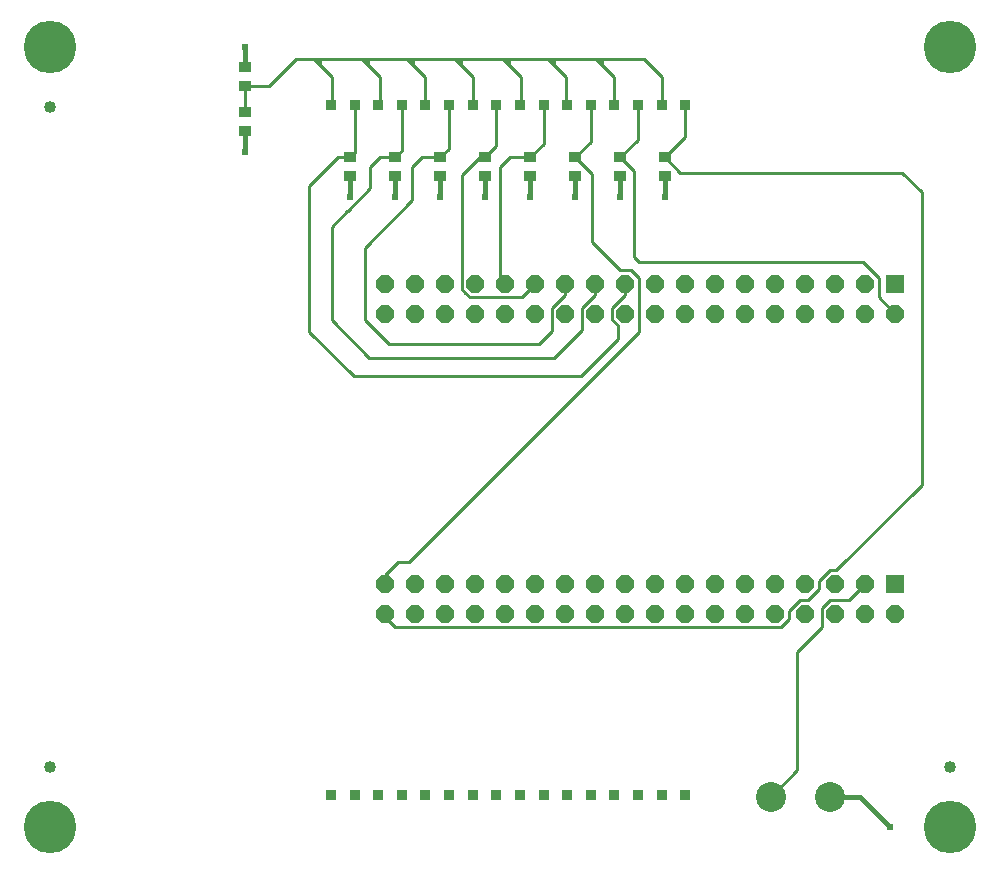
<source format=gbr>
G04 EAGLE Gerber RS-274X export*
G75*
%MOMM*%
%FSLAX34Y34*%
%LPD*%
%INTop Copper*%
%IPPOS*%
%AMOC8*
5,1,8,0,0,1.08239X$1,22.5*%
G01*
%ADD10R,1.524000X1.524000*%
%ADD11P,1.649562X8X202.500000*%
%ADD12R,0.854800X0.854800*%
%ADD13R,1.031241X0.949959*%
%ADD14C,2.540000*%
%ADD15C,4.445000*%
%ADD16C,1.016000*%
%ADD17C,0.381000*%
%ADD18C,0.609600*%
%ADD19C,0.254000*%


D10*
X766400Y510800D03*
D11*
X766400Y485400D03*
X741000Y510800D03*
X741000Y485400D03*
X715600Y510800D03*
X715600Y485400D03*
X690200Y510800D03*
X690200Y485400D03*
X664800Y510800D03*
X664800Y485400D03*
X639400Y510800D03*
X639400Y485400D03*
X614000Y510800D03*
X614000Y485400D03*
X588600Y510800D03*
X588600Y485400D03*
X563200Y510800D03*
X563200Y485400D03*
X537800Y510800D03*
X537800Y485400D03*
X512400Y510800D03*
X512400Y485400D03*
X487000Y510800D03*
X487000Y485400D03*
X461600Y510800D03*
X461600Y485400D03*
X436200Y510800D03*
X436200Y485400D03*
X410800Y510800D03*
X410800Y485400D03*
X385400Y510800D03*
X385400Y485400D03*
X360000Y510800D03*
X360000Y485400D03*
X334600Y510800D03*
X334600Y485400D03*
D10*
X766400Y256800D03*
D11*
X766400Y231400D03*
X741000Y256800D03*
X741000Y231400D03*
X715600Y256800D03*
X715600Y231400D03*
X690200Y256800D03*
X690200Y231400D03*
X664800Y256800D03*
X664800Y231400D03*
X639400Y256800D03*
X639400Y231400D03*
X614000Y256800D03*
X614000Y231400D03*
X588600Y256800D03*
X588600Y231400D03*
X563200Y256800D03*
X563200Y231400D03*
X537800Y256800D03*
X537800Y231400D03*
X512400Y256800D03*
X512400Y231400D03*
X487000Y256800D03*
X487000Y231400D03*
X461600Y256800D03*
X461600Y231400D03*
X436200Y256800D03*
X436200Y231400D03*
X410800Y256800D03*
X410800Y231400D03*
X385400Y256800D03*
X385400Y231400D03*
X360000Y256800D03*
X360000Y231400D03*
X334600Y256800D03*
X334600Y231400D03*
D12*
X288600Y77800D03*
X308600Y77800D03*
X328600Y77800D03*
X348600Y77800D03*
X368600Y77800D03*
X388600Y77800D03*
X408600Y77800D03*
X428600Y77800D03*
X448600Y77800D03*
X468600Y77800D03*
X488600Y77800D03*
X508600Y77800D03*
X528600Y77800D03*
X548600Y77800D03*
X568600Y77800D03*
X588600Y77800D03*
X288600Y662000D03*
X308600Y662000D03*
X328600Y662000D03*
X348600Y662000D03*
X368600Y662000D03*
X388600Y662000D03*
X408600Y662000D03*
X428600Y662000D03*
X448600Y662000D03*
X468600Y662000D03*
X488600Y662000D03*
X508600Y662000D03*
X528600Y662000D03*
X548600Y662000D03*
X568600Y662000D03*
X588600Y662000D03*
D13*
X342900Y617601D03*
X342900Y601599D03*
X381000Y617601D03*
X381000Y601599D03*
X419100Y617601D03*
X419100Y601599D03*
X457200Y617601D03*
X457200Y601599D03*
X495300Y617601D03*
X495300Y601599D03*
X533400Y617601D03*
X533400Y601599D03*
X571500Y617601D03*
X571500Y601599D03*
X304800Y617601D03*
X304800Y601599D03*
D14*
X660800Y76200D03*
X710800Y76200D03*
D13*
X215900Y655701D03*
X215900Y639699D03*
X215900Y693801D03*
X215900Y677799D03*
D15*
X812800Y50800D03*
X812800Y711200D03*
X50800Y50800D03*
X50800Y711200D03*
D16*
X50800Y660400D03*
X50800Y101600D03*
X812800Y101600D03*
D17*
X215900Y622300D02*
X215900Y639699D01*
D18*
X215900Y622300D03*
D17*
X304800Y601599D02*
X304800Y584200D01*
D18*
X304800Y584200D03*
D17*
X342900Y584200D02*
X342900Y601599D01*
D18*
X342900Y584200D03*
D17*
X381000Y584200D02*
X381000Y601599D01*
D18*
X381000Y584200D03*
D17*
X419100Y584200D02*
X419100Y601599D01*
D18*
X419100Y584200D03*
D17*
X457200Y584200D02*
X457200Y601599D01*
D18*
X457200Y584200D03*
D17*
X495300Y584200D02*
X495300Y601599D01*
D18*
X495300Y584200D03*
D17*
X533400Y584200D02*
X533400Y601599D01*
D18*
X533400Y584200D03*
D17*
X571500Y584200D02*
X571500Y601599D01*
D18*
X571500Y584200D03*
D17*
X736600Y76200D02*
X762000Y50800D01*
X736600Y76200D02*
X710800Y76200D01*
D18*
X762000Y50800D03*
D17*
X215900Y693801D02*
X215900Y711200D01*
D18*
X215900Y711200D03*
D19*
X683460Y98860D02*
X660800Y76200D01*
X704170Y236135D02*
X710866Y242830D01*
X704170Y219970D02*
X683460Y199260D01*
X727030Y242830D02*
X741000Y256800D01*
X704170Y236135D02*
X704170Y219970D01*
X710866Y242830D02*
X727030Y242830D01*
X683460Y199260D02*
X683460Y98860D01*
X308600Y621401D02*
X308600Y662000D01*
X308600Y621401D02*
X304800Y617601D01*
X294640Y617601D01*
X270320Y593281D01*
X270320Y469900D01*
X307880Y432340D01*
X500380Y432340D01*
X531860Y463820D01*
X526370Y480666D02*
X526370Y490135D01*
X537800Y501565D02*
X537800Y510800D01*
X537800Y501565D02*
X526370Y490135D01*
X531860Y475175D02*
X531860Y463820D01*
X531860Y475175D02*
X526370Y480666D01*
X348600Y623301D02*
X348600Y662000D01*
X348600Y623301D02*
X342900Y617601D01*
X330200Y617601D01*
X322044Y609445D01*
X322044Y591426D01*
X302654Y572036D01*
X302415Y572036D01*
X289370Y558991D01*
X289370Y480060D01*
X321215Y448215D01*
X477520Y448215D01*
X500970Y471665D01*
X512400Y501565D02*
X512400Y510800D01*
X500970Y490135D02*
X500970Y471665D01*
X500970Y490135D02*
X512400Y501565D01*
X388600Y625201D02*
X388600Y662000D01*
X388600Y625201D02*
X381000Y617601D01*
X365760Y617601D01*
X357604Y609445D01*
X357604Y581266D01*
X317310Y540971D01*
X317310Y480060D01*
X337725Y459645D01*
X464820Y459645D01*
X475570Y470395D01*
X487000Y501565D02*
X487000Y510800D01*
X475570Y490135D02*
X475570Y470395D01*
X475570Y490135D02*
X487000Y501565D01*
X428600Y627101D02*
X428600Y662000D01*
X428600Y627101D02*
X419100Y617601D01*
X399370Y506066D02*
X402400Y503036D01*
X402400Y502920D01*
X402516Y502920D01*
X406066Y499370D01*
X450170Y499370D01*
X461600Y510800D01*
X419100Y617601D02*
X414401Y617601D01*
X399370Y602570D01*
X399370Y506066D01*
X468600Y629001D02*
X468600Y662000D01*
X468600Y629001D02*
X457200Y617601D01*
X439801Y617601D01*
X431610Y609410D01*
X431610Y515391D01*
X436200Y510800D01*
X508600Y630901D02*
X508600Y662000D01*
X508600Y630901D02*
X495300Y617601D01*
X509461Y603441D01*
X509461Y546100D01*
X533331Y522230D01*
X542535Y522230D01*
X549230Y515535D01*
X549230Y469900D01*
X354625Y275295D01*
X345475Y275295D02*
X334600Y264420D01*
X334600Y256800D01*
X345475Y275295D02*
X354625Y275295D01*
X548600Y632801D02*
X548600Y662000D01*
X548600Y632801D02*
X533400Y617601D01*
X545021Y605981D01*
X545021Y533400D02*
X549370Y529050D01*
X752430Y499370D02*
X766400Y485400D01*
X752430Y499370D02*
X752430Y515535D01*
X738914Y529050D01*
X545021Y533400D02*
X545021Y605981D01*
X549370Y529050D02*
X738914Y529050D01*
X588600Y634701D02*
X588600Y662000D01*
X588600Y634701D02*
X571500Y617601D01*
X584391Y604711D01*
X772160Y604711D01*
X788765Y588105D01*
X788765Y340360D01*
X716635Y268230D02*
X710866Y268230D01*
X676230Y226666D02*
X669535Y219970D01*
X701630Y258995D02*
X710866Y268230D01*
X701630Y258995D02*
X701630Y252066D01*
X692395Y242830D01*
X685466Y242830D01*
X676230Y233595D01*
X676230Y226666D01*
X342900Y219970D02*
X334600Y228270D01*
X334600Y231400D01*
X716635Y268230D02*
X788765Y340360D01*
X669535Y219970D02*
X342900Y219970D01*
X215900Y655701D02*
X215900Y677799D01*
X235839Y677799D01*
X259080Y701040D01*
X274320Y701040D01*
X273050Y701040D02*
X276860Y701040D01*
X279400Y701040D01*
X314960Y701040D01*
X317500Y701040D01*
X320040Y701040D01*
X353060Y701040D01*
X355600Y701040D01*
X358140Y701040D01*
X393700Y701040D01*
X392430Y701040D02*
X396240Y701040D01*
X398780Y701040D01*
X434340Y701040D01*
X431800Y701040D02*
X436880Y701040D01*
X439420Y701040D01*
X472440Y701040D01*
X474980Y701040D02*
X466090Y701040D01*
X474980Y701040D02*
X477520Y701040D01*
X513080Y701040D01*
X515620Y701040D01*
X518160Y701040D01*
X553720Y701040D01*
X568960Y685800D02*
X568960Y662360D01*
X568600Y662000D01*
X568960Y685800D02*
X553720Y701040D01*
X528320Y685800D02*
X528320Y662280D01*
X528600Y662000D01*
X528320Y685800D02*
X518160Y695960D01*
X515620Y698500D01*
X513080Y701040D01*
X487680Y685800D02*
X487680Y662920D01*
X488600Y662000D01*
X487680Y685800D02*
X477520Y695960D01*
X474980Y698500D01*
X472440Y701040D01*
X449580Y685800D02*
X449580Y662980D01*
X448600Y662000D01*
X449580Y685800D02*
X439420Y695960D01*
X436880Y698500D01*
X434340Y701040D01*
X408940Y685800D02*
X408940Y662340D01*
X408600Y662000D01*
X408940Y685800D02*
X398780Y695960D01*
X396240Y698500D01*
X393700Y701040D01*
X368300Y685800D02*
X368300Y662300D01*
X368600Y662000D01*
X368300Y685800D02*
X358140Y695960D01*
X355600Y698500D01*
X353060Y701040D01*
X330200Y685800D02*
X330200Y663600D01*
X328600Y662000D01*
X330200Y685800D02*
X320040Y695960D01*
X317500Y698500D01*
X314960Y701040D01*
X289560Y685800D02*
X289560Y662960D01*
X288600Y662000D01*
X289560Y685800D02*
X279400Y695960D01*
X276860Y698500D01*
X274320Y701040D01*
X279400Y701040D02*
X279400Y695960D01*
X276860Y698500D02*
X276860Y701040D01*
X317500Y701040D02*
X317500Y698500D01*
X320040Y701040D02*
X320040Y695960D01*
X355600Y698500D02*
X355600Y701040D01*
X358140Y701040D02*
X358140Y695960D01*
X396240Y698500D02*
X396240Y701040D01*
X398780Y701040D02*
X398780Y695960D01*
X436880Y698500D02*
X436880Y701040D01*
X439420Y701040D02*
X439420Y695960D01*
X474980Y698500D02*
X474980Y701040D01*
X477520Y701040D02*
X477520Y695960D01*
X515620Y698500D02*
X515620Y701040D01*
X518160Y701040D02*
X518160Y695960D01*
M02*

</source>
